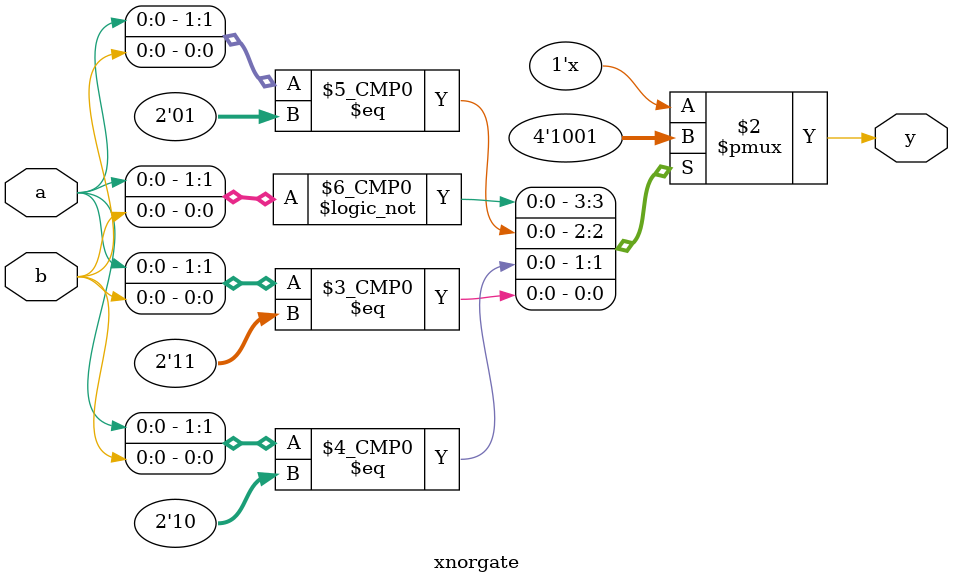
<source format=v>
module xnorgate(a,b,y);
  
  input a,b;
  output reg y;
  
  always @ (a,b)
    case ({a,b})
      2'b00:y=1;
      2'b01:y=0;
      2'b10:y=0;
      2'b11:y=1;
    endcase
  
endmodule
</source>
